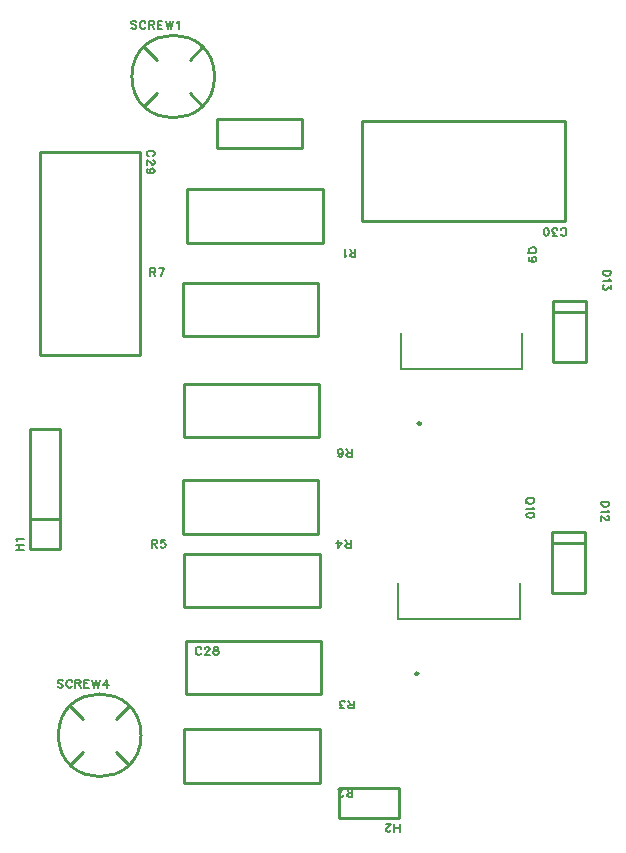
<source format=gto>
G04 Layer: TopSilkscreenLayer*
G04 EasyEDA Pro v2.1.64.d1969c9c.217bcf, 2024-09-26 22:54:29*
G04 Gerber Generator version 0.3*
G04 Scale: 100 percent, Rotated: No, Reflected: No*
G04 Dimensions in millimeters*
G04 Leading zeros omitted, absolute positions, 3 integers and 5 decimals*
%FSLAX35Y35*%
%MOMM*%
%ADD10C,0.1524*%
%ADD11C,0.254*%
G75*


G04 Text Start*
G54D10*
G01X9323156Y-1844820D02*
G01X9258132Y-1844820D01*
G01X9323156Y-1844820D02*
G01X9323156Y-1866410D01*
G01X9320108Y-1875808D01*
G01X9314012Y-1881904D01*
G01X9307662Y-1884952D01*
G01X9298518Y-1888254D01*
G01X9283024D01*
G01X9273626Y-1884952D01*
G01X9267530Y-1881904D01*
G01X9261180Y-1875808D01*
G01X9258132Y-1866410D01*
G01Y-1844820D01*
G01X9310710Y-1918480D02*
G01X9314012Y-1924576D01*
G01X9323156Y-1933720D01*
G01X9258132D01*
G01X9307662Y-1966994D02*
G01X9310710Y-1966994D01*
G01X9317060Y-1970042D01*
G01X9320108Y-1973090D01*
G01X9323156Y-1979186D01*
G01Y-1991632D01*
G01X9320108Y-1997982D01*
G01X9317060Y-2001030D01*
G01X9310710Y-2004078D01*
G01X9304614D01*
G01X9298518Y-2001030D01*
G01X9289120Y-1994680D01*
G01X9258132Y-1963946D01*
G01Y-2007126D01*
G01X7146585Y-4345135D02*
G01X7146585Y-4280111D01*
G01X7146585Y-4345135D02*
G01X7118645Y-4345135D01*
G01X7109501Y-4342087D01*
G01X7106453Y-4339039D01*
G01X7103151Y-4332689D01*
G01Y-4326593D01*
G01X7106453Y-4320497D01*
G01X7109501Y-4317449D01*
G01X7118645Y-4314147D01*
G01X7146585D01*
G01X7124995Y-4314147D02*
G01X7103151Y-4280111D01*
G01X7069877Y-4329641D02*
G01X7069877Y-4332689D01*
G01X7066829Y-4339039D01*
G01X7063781Y-4342087D01*
G01X7057685Y-4345135D01*
G01X7045239D01*
G01X7038889Y-4342087D01*
G01X7035841Y-4339039D01*
G01X7032793Y-4332689D01*
G01Y-4326593D01*
G01X7035841Y-4320497D01*
G01X7042191Y-4311099D01*
G01X7072925Y-4280111D01*
G01X7029745D01*
G01X7159285Y-3595835D02*
G01X7159285Y-3530811D01*
G01X7159285Y-3595835D02*
G01X7131345Y-3595835D01*
G01X7122201Y-3592787D01*
G01X7119153Y-3589739D01*
G01X7115851Y-3583389D01*
G01Y-3577293D01*
G01X7119153Y-3571197D01*
G01X7122201Y-3568149D01*
G01X7131345Y-3564847D01*
G01X7159285D01*
G01X7137695Y-3564847D02*
G01X7115851Y-3530811D01*
G01X7079529Y-3595835D02*
G01X7045493Y-3595835D01*
G01X7064035Y-3571197D01*
G01X7054891D01*
G01X7048541Y-3568149D01*
G01X7045493Y-3564847D01*
G01X7042445Y-3555703D01*
G01Y-3549353D01*
G01X7045493Y-3540209D01*
G01X7051589Y-3533859D01*
G01X7060987Y-3530811D01*
G01X7070385D01*
G01X7079529Y-3533859D01*
G01X7082577Y-3537161D01*
G01X7085625Y-3543257D01*
G01X7133885Y-2236935D02*
G01X7133885Y-2171911D01*
G01X7133885Y-2236935D02*
G01X7105945Y-2236935D01*
G01X7096801Y-2233887D01*
G01X7093753Y-2230839D01*
G01X7090451Y-2224489D01*
G01Y-2218393D01*
G01X7093753Y-2212297D01*
G01X7096801Y-2209249D01*
G01X7105945Y-2205947D01*
G01X7133885D01*
G01X7112295Y-2205947D02*
G01X7090451Y-2171911D01*
G01X7029491Y-2236935D02*
G01X7060225Y-2193755D01*
G01X7013997D01*
G01X7029491Y-2236935D02*
G01X7029491Y-2171911D01*
G01X5451815Y-2169965D02*
G01X5451815Y-2234989D01*
G01X5451815Y-2169965D02*
G01X5479755Y-2169965D01*
G01X5488899Y-2173013D01*
G01X5491947Y-2176061D01*
G01X5495249Y-2182411D01*
G01Y-2188507D01*
G01X5491947Y-2194603D01*
G01X5488899Y-2197651D01*
G01X5479755Y-2200953D01*
G01X5451815D01*
G01X5473405Y-2200953D02*
G01X5495249Y-2234989D01*
G01X5562559Y-2169965D02*
G01X5531571Y-2169965D01*
G01X5528523Y-2197651D01*
G01X5531571Y-2194603D01*
G01X5540715Y-2191555D01*
G01X5550113D01*
G01X5559511Y-2194603D01*
G01X5565607Y-2200953D01*
G01X5568655Y-2210097D01*
G01Y-2216447D01*
G01X5565607Y-2225591D01*
G01X5559511Y-2231941D01*
G01X5550113Y-2234989D01*
G01X5540715D01*
G01X5531571Y-2231941D01*
G01X5528523Y-2228639D01*
G01X5525475Y-2222543D01*
G01X7142480Y-1465834D02*
G01X7142480Y-1400810D01*
G01X7142480Y-1465834D02*
G01X7114540Y-1465834D01*
G01X7105396Y-1462786D01*
G01X7102348Y-1459738D01*
G01X7099046Y-1453388D01*
G01Y-1447292D01*
G01X7102348Y-1441196D01*
G01X7105396Y-1438148D01*
G01X7114540Y-1434846D01*
G01X7142480D01*
G01X7120890Y-1434846D02*
G01X7099046Y-1400810D01*
G01X7031736Y-1456690D02*
G01X7034784Y-1462786D01*
G01X7044182Y-1465834D01*
G01X7050278D01*
G01X7059676Y-1462786D01*
G01X7065772Y-1453388D01*
G01X7068820Y-1438148D01*
G01Y-1422654D01*
G01X7065772Y-1410208D01*
G01X7059676Y-1403858D01*
G01X7050278Y-1400810D01*
G01X7047230D01*
G01X7038086Y-1403858D01*
G01X7031736Y-1410208D01*
G01X7028688Y-1419352D01*
G01Y-1422654D01*
G01X7031736Y-1431798D01*
G01X7038086Y-1438148D01*
G01X7047230Y-1441196D01*
G01X7050278D01*
G01X7059676Y-1438148D01*
G01X7065772Y-1431798D01*
G01X7068820Y-1422654D01*
G01X5439115Y128735D02*
G01X5439115Y63711D01*
G01X5439115Y128735D02*
G01X5467055Y128735D01*
G01X5476199Y125687D01*
G01X5479247Y122639D01*
G01X5482549Y116289D01*
G01Y110193D01*
G01X5479247Y104097D01*
G01X5476199Y101049D01*
G01X5467055Y97747D01*
G01X5439115D01*
G01X5460705Y97747D02*
G01X5482549Y63711D01*
G01X5555955Y128735D02*
G01X5524967Y63711D01*
G01X5512775Y128735D02*
G01X5555955Y128735D01*
G01X4299966Y-2252980D02*
G01X4364990Y-2252980D01*
G01X4299966Y-2209546D02*
G01X4364990Y-2209546D01*
G01X4330954Y-2252980D02*
G01X4330954Y-2209546D01*
G01X4312412Y-2179320D02*
G01X4309110Y-2173224D01*
G01X4299966Y-2164080D01*
G01X4364990D01*
G01X8914755Y420817D02*
G01X8917803Y414467D01*
G01X8924153Y408371D01*
G01X8930249Y405323D01*
G01X8942695D01*
G01X8948791Y408371D01*
G01X8955141Y414467D01*
G01X8958189Y420817D01*
G01X8961237Y429961D01*
G01Y445455D01*
G01X8958189Y454853D01*
G01X8955141Y460949D01*
G01X8948791Y467299D01*
G01X8942695Y470347D01*
G01X8930249D01*
G01X8924153Y467299D01*
G01X8917803Y460949D01*
G01X8914755Y454853D01*
G01X8878433Y405323D02*
G01X8844397Y405323D01*
G01X8862939Y429961D01*
G01X8853795D01*
G01X8847445Y433009D01*
G01X8844397Y436311D01*
G01X8841349Y445455D01*
G01Y451805D01*
G01X8844397Y460949D01*
G01X8850493Y467299D01*
G01X8859891Y470347D01*
G01X8869289D01*
G01X8878433Y467299D01*
G01X8881481Y463997D01*
G01X8884529Y457901D01*
G01X8792581Y405323D02*
G01X8801979Y408371D01*
G01X8808075Y417769D01*
G01X8811123Y433009D01*
G01Y442407D01*
G01X8808075Y457901D01*
G01X8801979Y467299D01*
G01X8792581Y470347D01*
G01X8786485D01*
G01X8777087Y467299D01*
G01X8770991Y457901D01*
G01X8767943Y442407D01*
G01Y433009D01*
G01X8770991Y417769D01*
G01X8777087Y408371D01*
G01X8786485Y405323D01*
G01X8792581D01*
G01X5459283Y1078855D02*
G01X5465633Y1081903D01*
G01X5471729Y1088253D01*
G01X5474777Y1094349D01*
G01Y1106795D01*
G01X5471729Y1112891D01*
G01X5465633Y1119241D01*
G01X5459283Y1122289D01*
G01X5450139Y1125337D01*
G01X5434645D01*
G01X5425247Y1122289D01*
G01X5419151Y1119241D01*
G01X5412801Y1112891D01*
G01X5409753Y1106795D01*
G01Y1094349D01*
G01X5412801Y1088253D01*
G01X5419151Y1081903D01*
G01X5425247Y1078855D01*
G01X5459283Y1045581D02*
G01X5462331Y1045581D01*
G01X5468681Y1042533D01*
G01X5471729Y1039485D01*
G01X5474777Y1033389D01*
G01Y1020943D01*
G01X5471729Y1014593D01*
G01X5468681Y1011545D01*
G01X5462331Y1008497D01*
G01X5456235D01*
G01X5450139Y1011545D01*
G01X5440741Y1017895D01*
G01X5409753Y1048629D01*
G01Y1005449D01*
G01X5453187Y935091D02*
G01X5443789Y938139D01*
G01X5437693Y944489D01*
G01X5434645Y953633D01*
G01Y956681D01*
G01X5437693Y966079D01*
G01X5443789Y972175D01*
G01X5453187Y975223D01*
G01X5456235D01*
G01X5465633Y972175D01*
G01X5471729Y966079D01*
G01X5474777Y956681D01*
G01Y953633D01*
G01X5471729Y944489D01*
G01X5465633Y938139D01*
G01X5453187Y935091D01*
G01X5437693D01*
G01X5422199Y938139D01*
G01X5412801Y944489D01*
G01X5409753Y953633D01*
G01Y959983D01*
G01X5412801Y969127D01*
G01X5419151Y972175D01*
G01X5869473Y-3092661D02*
G01X5866425Y-3086311D01*
G01X5860075Y-3080215D01*
G01X5853979Y-3077167D01*
G01X5841533D01*
G01X5835437Y-3080215D01*
G01X5829087Y-3086311D01*
G01X5826039Y-3092661D01*
G01X5822991Y-3101805D01*
G01Y-3117299D01*
G01X5826039Y-3126697D01*
G01X5829087Y-3132793D01*
G01X5835437Y-3139143D01*
G01X5841533Y-3142191D01*
G01X5853979D01*
G01X5860075Y-3139143D01*
G01X5866425Y-3132793D01*
G01X5869473Y-3126697D01*
G01X5902747Y-3092661D02*
G01X5902747Y-3089613D01*
G01X5905795Y-3083263D01*
G01X5908843Y-3080215D01*
G01X5914939Y-3077167D01*
G01X5927385D01*
G01X5933735Y-3080215D01*
G01X5936783Y-3083263D01*
G01X5939831Y-3089613D01*
G01Y-3095709D01*
G01X5936783Y-3101805D01*
G01X5930433Y-3111203D01*
G01X5899699Y-3142191D01*
G01X5942879D01*
G01X5988345Y-3077167D02*
G01X5979201Y-3080215D01*
G01X5976153Y-3086311D01*
G01Y-3092661D01*
G01X5979201Y-3098757D01*
G01X5985297Y-3101805D01*
G01X5997743Y-3104853D01*
G01X6007141Y-3108155D01*
G01X6013237Y-3114251D01*
G01X6016285Y-3120347D01*
G01Y-3129745D01*
G01X6013237Y-3135841D01*
G01X6010189Y-3139143D01*
G01X6000791Y-3142191D01*
G01X5988345D01*
G01X5979201Y-3139143D01*
G01X5976153Y-3135841D01*
G01X5973105Y-3129745D01*
G01Y-3120347D01*
G01X5976153Y-3114251D01*
G01X5982249Y-3108155D01*
G01X5991647Y-3104853D01*
G01X6003839Y-3101805D01*
G01X6010189Y-3098757D01*
G01X6013237Y-3092661D01*
G01Y-3086311D01*
G01X6010189Y-3080215D01*
G01X6000791Y-3077167D01*
G01X5988345D01*
G01X8707879Y287744D02*
G01X8704831Y293840D01*
G01X8698735Y300190D01*
G01X8692385Y303238D01*
G01X8683241Y306286D01*
G01X8667747D01*
G01X8658349Y303238D01*
G01X8652253Y300190D01*
G01X8645903Y293840D01*
G01X8642855Y287744D01*
G01Y275298D01*
G01X8645903Y269202D01*
G01X8652253Y262852D01*
G01X8658349Y259804D01*
G01X8667747Y256756D01*
G01X8683241D01*
G01X8692385Y259804D01*
G01X8698735Y262852D01*
G01X8704831Y269202D01*
G01X8707879Y275298D01*
G01Y287744D01*
G01X8655301Y278346D02*
G01X8636759Y259804D01*
G01X8686289Y186398D02*
G01X8676891Y189446D01*
G01X8670795Y195796D01*
G01X8667747Y204940D01*
G01Y207988D01*
G01X8670795Y217386D01*
G01X8676891Y223482D01*
G01X8686289Y226530D01*
G01X8689337D01*
G01X8698735Y223482D01*
G01X8704831Y217386D01*
G01X8707879Y207988D01*
G01Y204940D01*
G01X8704831Y195796D01*
G01X8698735Y189446D01*
G01X8686289Y186398D01*
G01X8670795D01*
G01X8655301Y189446D01*
G01X8645903Y195796D01*
G01X8642855Y204940D01*
G01Y211290D01*
G01X8645903Y220434D01*
G01X8652253Y223482D01*
G01X9335856Y110980D02*
G01X9270832Y110980D01*
G01X9335856Y110980D02*
G01X9335856Y89390D01*
G01X9332808Y79992D01*
G01X9326712Y73896D01*
G01X9320362Y70848D01*
G01X9311218Y67546D01*
G01X9295724D01*
G01X9286326Y70848D01*
G01X9280230Y73896D01*
G01X9273880Y79992D01*
G01X9270832Y89390D01*
G01Y110980D01*
G01X9323410Y37320D02*
G01X9326712Y31224D01*
G01X9335856Y22080D01*
G01X9270832D01*
G01X9335856Y-14242D02*
G01X9335856Y-48278D01*
G01X9311218Y-29736D01*
G01Y-38880D01*
G01X9308170Y-45230D01*
G01X9304868Y-48278D01*
G01X9295724Y-51326D01*
G01X9289374D01*
G01X9280230Y-48278D01*
G01X9273880Y-42182D01*
G01X9270832Y-32784D01*
G01Y-23386D01*
G01X9273880Y-14242D01*
G01X9277182Y-11194D01*
G01X9283278Y-8146D01*
G01X7171985Y226865D02*
G01X7171985Y291889D01*
G01X7171985Y226865D02*
G01X7144045Y226865D01*
G01X7134901Y229913D01*
G01X7131853Y232961D01*
G01X7128551Y239311D01*
G01Y245407D01*
G01X7131853Y251503D01*
G01X7134901Y254551D01*
G01X7144045Y257853D01*
G01X7171985D01*
G01X7150395Y257853D02*
G01X7128551Y291889D01*
G01X7098325Y239311D02*
G01X7092229Y236009D01*
G01X7083085Y226865D01*
G01Y291889D01*
G01X8687062Y-1830956D02*
G01X8684014Y-1824860D01*
G01X8677918Y-1818510D01*
G01X8671568Y-1815462D01*
G01X8662424Y-1812414D01*
G01X8646930D01*
G01X8637532Y-1815462D01*
G01X8631436Y-1818510D01*
G01X8625086Y-1824860D01*
G01X8622038Y-1830956D01*
G01Y-1843402D01*
G01X8625086Y-1849498D01*
G01X8631436Y-1855848D01*
G01X8637532Y-1858896D01*
G01X8646930Y-1861944D01*
G01X8662424D01*
G01X8671568Y-1858896D01*
G01X8677918Y-1855848D01*
G01X8684014Y-1849498D01*
G01X8687062Y-1843402D01*
G01Y-1830956D01*
G01X8634484Y-1840354D02*
G01X8615942Y-1858896D01*
G01X8674616Y-1892170D02*
G01X8677918Y-1898266D01*
G01X8687062Y-1907410D01*
G01X8622038D01*
G01X8687062Y-1956178D02*
G01X8684014Y-1946780D01*
G01X8674616Y-1940684D01*
G01X8659376Y-1937636D01*
G01X8649978D01*
G01X8634484Y-1940684D01*
G01X8625086Y-1946780D01*
G01X8622038Y-1956178D01*
G01Y-1962274D01*
G01X8625086Y-1971672D01*
G01X8634484Y-1977768D01*
G01X8649978Y-1980816D01*
G01X8659376D01*
G01X8674616Y-1977768D01*
G01X8684014Y-1971672D01*
G01X8687062Y-1962274D01*
G01Y-1956178D01*
G01X5320754Y2213991D02*
G01X5314404Y2220087D01*
G01X5305260Y2223135D01*
G01X5292814D01*
G01X5283416Y2220087D01*
G01X5277320Y2213991D01*
G01Y2207641D01*
G01X5280368Y2201545D01*
G01X5283416Y2198497D01*
G01X5289766Y2195449D01*
G01X5308308Y2189099D01*
G01X5314404Y2186051D01*
G01X5317452Y2183003D01*
G01X5320754Y2176653D01*
G01Y2167509D01*
G01X5314404Y2161159D01*
G01X5305260Y2158111D01*
G01X5292814D01*
G01X5283416Y2161159D01*
G01X5277320Y2167509D01*
G01X5397208Y2207641D02*
G01X5394160Y2213991D01*
G01X5388064Y2220087D01*
G01X5381714Y2223135D01*
G01X5369522D01*
G01X5363172Y2220087D01*
G01X5357076Y2213991D01*
G01X5354028Y2207641D01*
G01X5350980Y2198497D01*
G01Y2183003D01*
G01X5354028Y2173605D01*
G01X5357076Y2167509D01*
G01X5363172Y2161159D01*
G01X5369522Y2158111D01*
G01X5381714D01*
G01X5388064Y2161159D01*
G01X5394160Y2167509D01*
G01X5397208Y2173605D01*
G01X5427434Y2223135D02*
G01X5427434Y2158111D01*
G01X5427434Y2223135D02*
G01X5455120Y2223135D01*
G01X5464518Y2220087D01*
G01X5467566Y2217039D01*
G01X5470614Y2210689D01*
G01Y2204593D01*
G01X5467566Y2198497D01*
G01X5464518Y2195449D01*
G01X5455120Y2192147D01*
G01X5427434D01*
G01X5449024Y2192147D02*
G01X5470614Y2158111D01*
G01X5500840Y2223135D02*
G01X5500840Y2158111D01*
G01X5500840Y2223135D02*
G01X5540972Y2223135D01*
G01X5500840Y2192147D02*
G01X5525478Y2192147D01*
G01X5500840Y2158111D02*
G01X5540972Y2158111D01*
G01X5571198Y2223135D02*
G01X5586438Y2158111D01*
G01X5601932Y2223135D02*
G01X5586438Y2158111D01*
G01X5601932Y2223135D02*
G01X5617426Y2158111D01*
G01X5632920Y2223135D02*
G01X5617426Y2158111D01*
G01X5663146Y2210689D02*
G01X5669242Y2213991D01*
G01X5678386Y2223135D01*
G01Y2158111D01*
G01X4698454Y-3363481D02*
G01X4692104Y-3357385D01*
G01X4682960Y-3354337D01*
G01X4670514D01*
G01X4661116Y-3357385D01*
G01X4655020Y-3363481D01*
G01Y-3369831D01*
G01X4658068Y-3375927D01*
G01X4661116Y-3378975D01*
G01X4667466Y-3382023D01*
G01X4686008Y-3388373D01*
G01X4692104Y-3391421D01*
G01X4695152Y-3394469D01*
G01X4698454Y-3400819D01*
G01Y-3409963D01*
G01X4692104Y-3416313D01*
G01X4682960Y-3419361D01*
G01X4670514D01*
G01X4661116Y-3416313D01*
G01X4655020Y-3409963D01*
G01X4774908Y-3369831D02*
G01X4771860Y-3363481D01*
G01X4765764Y-3357385D01*
G01X4759414Y-3354337D01*
G01X4747222D01*
G01X4740872Y-3357385D01*
G01X4734776Y-3363481D01*
G01X4731728Y-3369831D01*
G01X4728680Y-3378975D01*
G01Y-3394469D01*
G01X4731728Y-3403867D01*
G01X4734776Y-3409963D01*
G01X4740872Y-3416313D01*
G01X4747222Y-3419361D01*
G01X4759414D01*
G01X4765764Y-3416313D01*
G01X4771860Y-3409963D01*
G01X4774908Y-3403867D01*
G01X4805134Y-3354337D02*
G01X4805134Y-3419361D01*
G01X4805134Y-3354337D02*
G01X4832820Y-3354337D01*
G01X4842218Y-3357385D01*
G01X4845266Y-3360433D01*
G01X4848314Y-3366783D01*
G01Y-3372879D01*
G01X4845266Y-3378975D01*
G01X4842218Y-3382023D01*
G01X4832820Y-3385325D01*
G01X4805134D01*
G01X4826724Y-3385325D02*
G01X4848314Y-3419361D01*
G01X4878540Y-3354337D02*
G01X4878540Y-3419361D01*
G01X4878540Y-3354337D02*
G01X4918672Y-3354337D01*
G01X4878540Y-3385325D02*
G01X4903178Y-3385325D01*
G01X4878540Y-3419361D02*
G01X4918672Y-3419361D01*
G01X4948898Y-3354337D02*
G01X4964138Y-3419361D01*
G01X4979632Y-3354337D02*
G01X4964138Y-3419361D01*
G01X4979632Y-3354337D02*
G01X4995126Y-3419361D01*
G01X5010620Y-3354337D02*
G01X4995126Y-3419361D01*
G01X5071580Y-3354337D02*
G01X5040846Y-3397517D01*
G01X5087074D01*
G01X5071580Y-3354337D02*
G01X5071580Y-3419361D01*
G01X7548880Y-4640834D02*
G01X7548880Y-4575810D01*
G01X7505446Y-4640834D02*
G01X7505446Y-4575810D01*
G01X7548880Y-4609846D02*
G01X7505446Y-4609846D01*
G01X7472172Y-4625340D02*
G01X7472172Y-4628388D01*
G01X7469124Y-4634738D01*
G01X7466076Y-4637786D01*
G01X7459980Y-4640834D01*
G01X7447534D01*
G01X7441184Y-4637786D01*
G01X7438136Y-4634738D01*
G01X7435088Y-4628388D01*
G01Y-4622292D01*
G01X7438136Y-4616196D01*
G01X7444486Y-4606798D01*
G01X7475220Y-4575810D01*
G01X7432040D01*
G04 Text End*

G04 PolygonModel Start*
G54D11*
G01X9118900Y-2102201D02*
G01X9118900Y-2622199D01*
G01X9118900Y-2622199D02*
G01X8838900Y-2622199D01*
G01X8838900Y-2102201D02*
G01X8838900Y-2622199D01*
G01X9118900Y-2102201D02*
G01X8838900Y-2102201D01*
G01X9118900Y-2198126D02*
G01X8838900Y-2198126D01*
G01X9131600Y-146401D02*
G01X9131600Y-666399D01*
G01X9131600Y-666399D02*
G01X8851600Y-666399D01*
G01X8851600Y-146401D02*
G01X8851600Y-666399D01*
G01X9131600Y-146401D02*
G01X8851600Y-146401D01*
G01X9131600Y-242326D02*
G01X8851600Y-242326D01*
G54D10*
G01X7556998Y-419387D02*
G01X7556998Y-721769D01*
G01X8588238Y-419387D02*
G01X8588238Y-721769D01*
G01X7556998Y-721769D02*
G01X8588238Y-721769D01*
G01X7536180Y-2538087D02*
G01X7536180Y-2840469D01*
G01X8567420Y-2538087D02*
G01X8567420Y-2840469D01*
G01X7536180Y-2840469D02*
G01X8567420Y-2840469D01*
G54D11*
G01X6874200Y-3775499D02*
G01X6874200Y-4225501D01*
G01X6874200Y-4225501D02*
G01X5724200Y-4225501D01*
G01X5724200Y-4225501D02*
G01X5724200Y-3775499D01*
G01X5725160Y-3774440D02*
G01X6873240Y-3774440D01*
G01X6886900Y-3026199D02*
G01X6886900Y-3476201D01*
G01X6886900Y-3476201D02*
G01X5736900Y-3476201D01*
G01X5736900Y-3476201D02*
G01X5736900Y-3026199D01*
G01X5737860Y-3025140D02*
G01X6885940Y-3025140D01*
G01X6861500Y-1667299D02*
G01X6861500Y-2117301D01*
G01X6861500Y-2117301D02*
G01X5711500Y-2117301D01*
G01X5711500Y-2117301D02*
G01X5711500Y-1667299D01*
G01X5712460Y-1666240D02*
G01X6860540Y-1666240D01*
G01X5724200Y-2739601D02*
G01X5724200Y-2289599D01*
G01X5724200Y-2289599D02*
G01X6874200Y-2289599D01*
G01X6874200Y-2289599D02*
G01X6874200Y-2739601D01*
G01X6873240Y-2740660D02*
G01X5725160Y-2740660D01*
G01X6871030Y-847400D02*
G01X6871030Y-1297402D01*
G01X6871030Y-1297402D02*
G01X5721030Y-1297402D01*
G01X5721030Y-1297402D02*
G01X5721030Y-847400D01*
G01X5721990Y-846341D02*
G01X6870070Y-846341D01*
G01X5711500Y-440901D02*
G01X5711500Y9101D01*
G01X5711500Y9101D02*
G01X6861500Y9101D01*
G01X6861500Y9101D02*
G01X6861500Y-440901D01*
G01X6860540Y-441960D02*
G01X5712460Y-441960D01*
G01X6722699Y1395001D02*
G01X6722699Y1145002D01*
G01X6722699Y1395001D02*
G01X6002701Y1395001D01*
G01X6722699Y1145002D02*
G01X6002701Y1145002D01*
G01X6002701Y1145002D02*
G01X6002701Y1395001D01*
G01X5352603Y1114001D02*
G01X5352603Y-606003D01*
G01X5352603Y-606003D02*
G01X4502600Y-606003D01*
G01X4502597Y1114003D02*
G01X5352600Y1114003D01*
G01X4502597Y-606003D02*
G01X4502600Y1114003D01*
G01X8949901Y527497D02*
G01X7229897Y527497D01*
G01X7229897Y527497D02*
G01X7229897Y1377500D01*
G01X8949903Y1377503D02*
G01X8949903Y527500D01*
G01X7229897Y1377503D02*
G01X8949903Y1377500D01*
G01X4419600Y-1991548D02*
G01X4419600Y-1231900D01*
G01X4419600Y-1231900D02*
G01X4673600Y-1231900D01*
G01X4673600Y-1231900D02*
G01X4673600Y-2247900D01*
G01X4673600Y-2247900D02*
G01X4419600Y-2247900D01*
G01X4419600Y-2247900D02*
G01X4419600Y-1991548D01*
G01X4419600Y-1991548D02*
G01X4673600Y-1991548D01*
G01X6899600Y796501D02*
G01X6899600Y346499D01*
G01X6899600Y346499D02*
G01X5749600Y346499D01*
G01X5749600Y346499D02*
G01X5749600Y796501D01*
G01X5750560Y797560D02*
G01X6898640Y797560D01*
G01X5385016Y2000885D02*
G01X5492712Y1893189D01*
G01X5772112Y1613789D02*
G01X5879808Y1506093D01*
G01X5879808Y2000885D02*
G01X5772112Y1893189D01*
G01X5492712Y1613789D02*
G01X5385016Y1506093D01*
G01X4762716Y-3576587D02*
G01X4870412Y-3684283D01*
G01X5149812Y-3963683D02*
G01X5257508Y-4071379D01*
G01X5257508Y-3576587D02*
G01X5149812Y-3684283D01*
G01X4870412Y-3963683D02*
G01X4762716Y-4071379D01*
G04 PolygonModel End*

G04 Rect Start*
G01X7543800Y-4521200D02*
G01X7543800Y-4267200D01*
G01X7035800D01*
G01Y-4521200D01*
G01X7543800D01*
G04 Rect End*

G04 Circle Start*
G01X7704325Y-1183295D02*
G03X7729725Y-1183295I12700J0D01*
G03X7704325I-12700J0D01*
G01X7683508Y-3301995D02*
G03X7708908Y-3301995I12700J0D01*
G03X7683508I-12700J0D01*
G01X5282400Y1753489D02*
G03X5982424Y1753489I350012J0D01*
G03X5282400I-350012J0D01*
G01X4660100Y-3823983D02*
G03X5360124Y-3823983I350012J0D01*
G03X4660100I-350012J0D01*
G04 Circle End*

M02*

</source>
